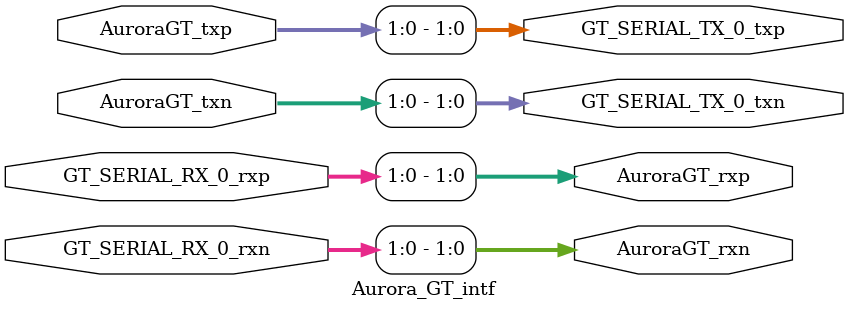
<source format=v>
`timescale 1ns / 1ps


module Aurora_GT_intf

   (
    GT_SERIAL_RX_0_rxn,
    GT_SERIAL_RX_0_rxp,
    GT_SERIAL_TX_0_txn,
    GT_SERIAL_TX_0_txp,
    
    AuroraGT_rxn,
    AuroraGT_rxp,
    AuroraGT_txn,
    AuroraGT_txp,
    );

  (* X_INTERFACE_INFO = "xilinx.com:interface:gt_rtl:1.0 gt_serial_port GRX_P" *)
    input        [                             3:0] GT_SERIAL_RX_0_rxp;
    (* X_INTERFACE_INFO = "xilinx.com:interface:gt_rtl:1.0 gt_serial_port GRX_N" *)
	input        [                             3:0] GT_SERIAL_RX_0_rxn;
 (* X_INTERFACE_INFO = "xilinx.com:interface:gt_rtl:1.0 gt_serial_port GTX_P" *)
	output       [                             3:0] GT_SERIAL_TX_0_txp; 
	(* X_INTERFACE_INFO = "xilinx.com:interface:gt_rtl:1.0 gt_serial_port GTX_N" *)
	output       [                             3:0] GT_SERIAL_TX_0_txn;
	
//	(* X_INTERFACE_INFO = "xilinx.com:interface:gt_rtl:1.0 gt_tx GRX_N" *)
//    input        [                             0:0] AuroraGT_txn;
//    (* X_INTERFACE_INFO = "xilinx.com:interface:gt_rtl:1.0 gt_tx GRX_P" *)
//	input        [                             0:0] AuroraGT_txp;
//    (* X_INTERFACE_INFO = "xilinx.com:interface:gt_rtl:1.0 gt_rx GTX_N" *)
//	output       [                             0:0] AuroraGT_rxn; 
//	(* X_INTERFACE_INFO = "xilinx.com:interface:gt_rtl:1.0 gt_rx GTX_P" *)
//	output       [                             0:0] AuroraGT_rxp;
	
////		(* X_INTERFACE_INFO = "xilinx.com:interface:diff_analog_io:1.0 AuroraGT_tx V_N" *)
//    input        [                             0:0] AuroraGT_txn;
////    (* X_INTERFACE_INFO = "xilinx.com:interface:diff_analog_io:1.0 AuroraGT_tx V_P" *)
//	input        [                             0:0] AuroraGT_txp;
////    (* X_INTERFACE_INFO = "xilinx.com:interface:diff_analog_io:1.0 AuroraGT_rx V_N" *)
//	output       [                             0:0] AuroraGT_rxn; 
////	(* X_INTERFACE_INFO = "xilinx.com:interface:diff_analog_io:1.0 AuroraGT_rx V_P" *)
//	output       [                             0:0] AuroraGT_rxp;
	
	(* X_INTERFACE_INFO = "xilinx.com:display_aurora:GT_Serial_Transceiver_Pins_TX_rtl:1.0 AuroraGT_tx TXN" *)
    input        [                             1:0] AuroraGT_txn;
    (* X_INTERFACE_INFO = "xilinx.com:display_aurora:GT_Serial_Transceiver_Pins_TX_rtl:1.0 AuroraGT_tx TXP" *)
	input        [                             1:0] AuroraGT_txp;
    (* X_INTERFACE_INFO = "xilinx.com:display_aurora:GT_Serial_Transceiver_Pins_RX_rtl:1.0 AuroraGT_rx RXN" *)
	output       [                             1:0] AuroraGT_rxn; 
	(* X_INTERFACE_INFO = "xilinx.com:display_aurora:GT_Serial_Transceiver_Pins_RX_rtl:1.0 AuroraGT_rx RXP" *)
	output       [                             1:0] AuroraGT_rxp;
	
	
	
	assign AuroraGT_rxp[1:0] = GT_SERIAL_RX_0_rxp[1:0];
	assign AuroraGT_rxn[1:0] = GT_SERIAL_RX_0_rxn[1:0];
	assign GT_SERIAL_TX_0_txp[1:0] = AuroraGT_txp[1:0];
	assign GT_SERIAL_TX_0_txn[1:0] = AuroraGT_txn[1:0];
	
//  input [0:0]GT_SERIAL_RX_0_rxn;
//  input [0:0]GT_SERIAL_RX_0_rxp;
//  output [0:0]GT_SERIAL_TX_0_txn;
//  output [0:0]GT_SERIAL_TX_0_txp;





endmodule

</source>
